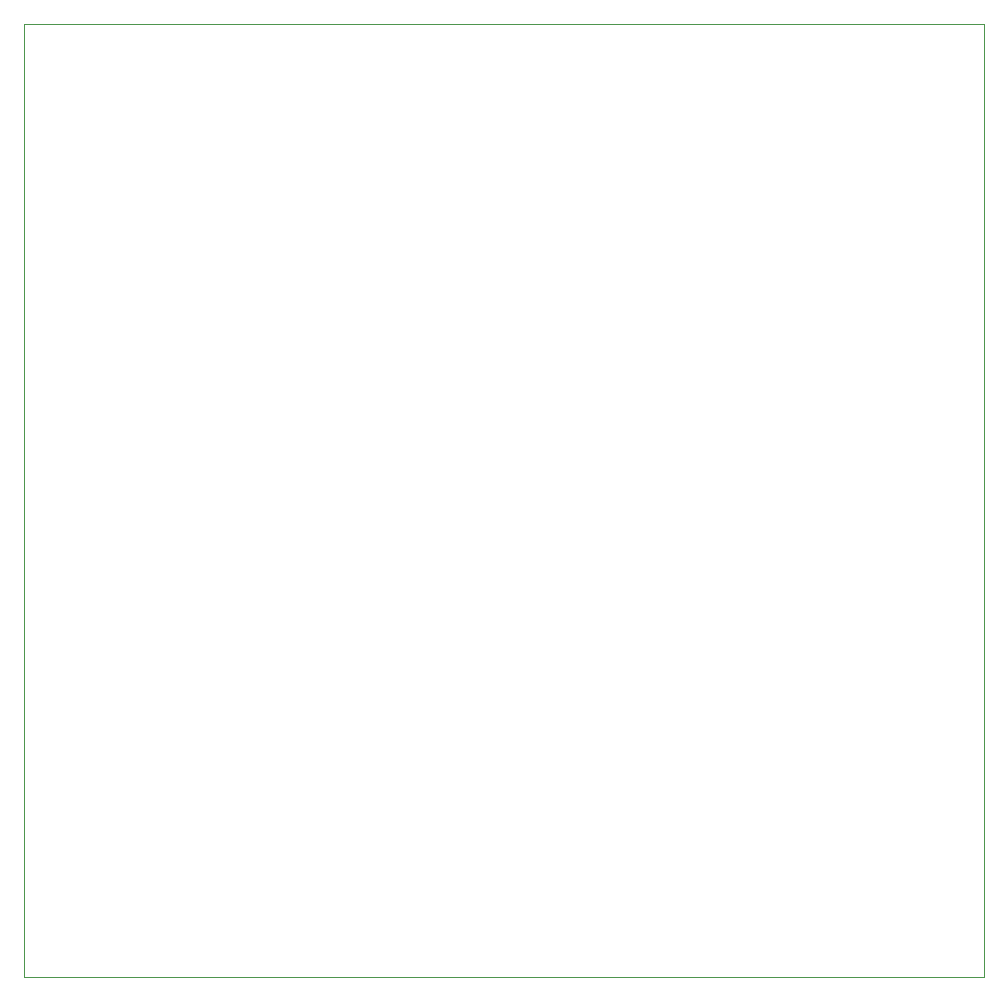
<source format=gbr>
%TF.GenerationSoftware,KiCad,Pcbnew,7.0.11-2.fc39*%
%TF.CreationDate,2024-04-27T19:47:06+02:00*%
%TF.ProjectId,tda2050-devboard,74646132-3035-4302-9d64-6576626f6172,rev?*%
%TF.SameCoordinates,Original*%
%TF.FileFunction,Profile,NP*%
%FSLAX46Y46*%
G04 Gerber Fmt 4.6, Leading zero omitted, Abs format (unit mm)*
G04 Created by KiCad (PCBNEW 7.0.11-2.fc39) date 2024-04-27 19:47:06*
%MOMM*%
%LPD*%
G01*
G04 APERTURE LIST*
%TA.AperFunction,Profile*%
%ADD10C,0.050000*%
%TD*%
G04 APERTURE END LIST*
D10*
X111125000Y-58420000D02*
X192405000Y-58420000D01*
X192405000Y-139065000D01*
X111125000Y-139065000D01*
X111125000Y-58420000D01*
M02*

</source>
